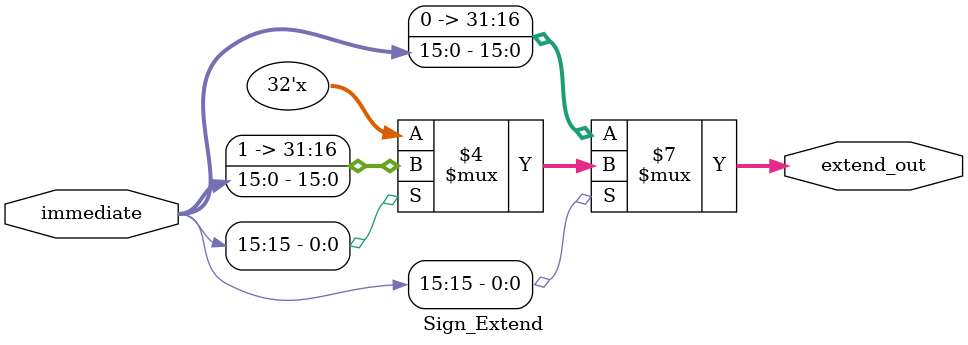
<source format=v>
module Sign_Extend(
    //output
    output reg [31:0]extend_out,
    //input
    input [15:0]immediate
);

always @(*) begin
    if(immediate[15] == 0)begin
        extend_out <= {16'd0, immediate};
    end
    else if(immediate[15] == 1)begin
        extend_out <= {16'hFFFF, immediate};
    end
end


endmodule
</source>
